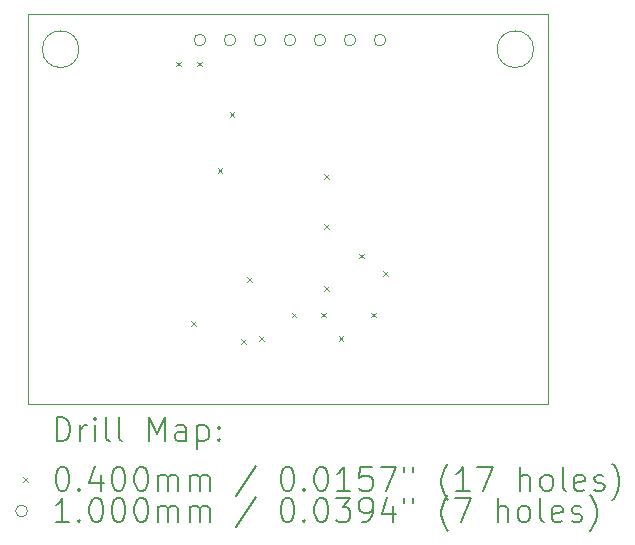
<source format=gbr>
%TF.GenerationSoftware,KiCad,Pcbnew,7.0.2*%
%TF.CreationDate,2025-01-10T16:23:47-06:00*%
%TF.ProjectId,gateDr_displayboard,67617465-4472-45f6-9469-73706c617962,rev?*%
%TF.SameCoordinates,Original*%
%TF.FileFunction,Drillmap*%
%TF.FilePolarity,Positive*%
%FSLAX45Y45*%
G04 Gerber Fmt 4.5, Leading zero omitted, Abs format (unit mm)*
G04 Created by KiCad (PCBNEW 7.0.2) date 2025-01-10 16:23:47*
%MOMM*%
%LPD*%
G01*
G04 APERTURE LIST*
%ADD10C,0.100000*%
%ADD11C,0.200000*%
%ADD12C,0.040000*%
G04 APERTURE END LIST*
D10*
X5325000Y-6200000D02*
X9725000Y-6200000D01*
X9725000Y-9500000D01*
X5325000Y-9500000D01*
X5325000Y-6200000D01*
X9605000Y-6500000D02*
G75*
G03*
X9605000Y-6500000I-155000J0D01*
G01*
X5755000Y-6500000D02*
G75*
G03*
X5755000Y-6500000I-155000J0D01*
G01*
D11*
D12*
X6580000Y-6605000D02*
X6620000Y-6645000D01*
X6620000Y-6605000D02*
X6580000Y-6645000D01*
X6705000Y-8805000D02*
X6745000Y-8845000D01*
X6745000Y-8805000D02*
X6705000Y-8845000D01*
X6755000Y-6605000D02*
X6795000Y-6645000D01*
X6795000Y-6605000D02*
X6755000Y-6645000D01*
X6930000Y-7505000D02*
X6970000Y-7545000D01*
X6970000Y-7505000D02*
X6930000Y-7545000D01*
X7030000Y-7030000D02*
X7070000Y-7070000D01*
X7070000Y-7030000D02*
X7030000Y-7070000D01*
X7130000Y-8955000D02*
X7170000Y-8995000D01*
X7170000Y-8955000D02*
X7130000Y-8995000D01*
X7180000Y-8430000D02*
X7220000Y-8470000D01*
X7220000Y-8430000D02*
X7180000Y-8470000D01*
X7280000Y-8930000D02*
X7320000Y-8970000D01*
X7320000Y-8930000D02*
X7280000Y-8970000D01*
X7555000Y-8730000D02*
X7595000Y-8770000D01*
X7595000Y-8730000D02*
X7555000Y-8770000D01*
X7805000Y-8730000D02*
X7845000Y-8770000D01*
X7845000Y-8730000D02*
X7805000Y-8770000D01*
X7830000Y-7555000D02*
X7870000Y-7595000D01*
X7870000Y-7555000D02*
X7830000Y-7595000D01*
X7830000Y-7980000D02*
X7870000Y-8020000D01*
X7870000Y-7980000D02*
X7830000Y-8020000D01*
X7830000Y-8505000D02*
X7870000Y-8545000D01*
X7870000Y-8505000D02*
X7830000Y-8545000D01*
X7955000Y-8930000D02*
X7995000Y-8970000D01*
X7995000Y-8930000D02*
X7955000Y-8970000D01*
X8130000Y-8230000D02*
X8170000Y-8270000D01*
X8170000Y-8230000D02*
X8130000Y-8270000D01*
X8230000Y-8730000D02*
X8270000Y-8770000D01*
X8270000Y-8730000D02*
X8230000Y-8770000D01*
X8330000Y-8380000D02*
X8370000Y-8420000D01*
X8370000Y-8380000D02*
X8330000Y-8420000D01*
D10*
X6830000Y-6422000D02*
G75*
G03*
X6830000Y-6422000I-50000J0D01*
G01*
X7084000Y-6422000D02*
G75*
G03*
X7084000Y-6422000I-50000J0D01*
G01*
X7338000Y-6422000D02*
G75*
G03*
X7338000Y-6422000I-50000J0D01*
G01*
X7592000Y-6422000D02*
G75*
G03*
X7592000Y-6422000I-50000J0D01*
G01*
X7846000Y-6422000D02*
G75*
G03*
X7846000Y-6422000I-50000J0D01*
G01*
X8100000Y-6422000D02*
G75*
G03*
X8100000Y-6422000I-50000J0D01*
G01*
X8354000Y-6422000D02*
G75*
G03*
X8354000Y-6422000I-50000J0D01*
G01*
D11*
X5567619Y-9817524D02*
X5567619Y-9617524D01*
X5567619Y-9617524D02*
X5615238Y-9617524D01*
X5615238Y-9617524D02*
X5643809Y-9627048D01*
X5643809Y-9627048D02*
X5662857Y-9646095D01*
X5662857Y-9646095D02*
X5672381Y-9665143D01*
X5672381Y-9665143D02*
X5681905Y-9703238D01*
X5681905Y-9703238D02*
X5681905Y-9731810D01*
X5681905Y-9731810D02*
X5672381Y-9769905D01*
X5672381Y-9769905D02*
X5662857Y-9788952D01*
X5662857Y-9788952D02*
X5643809Y-9808000D01*
X5643809Y-9808000D02*
X5615238Y-9817524D01*
X5615238Y-9817524D02*
X5567619Y-9817524D01*
X5767619Y-9817524D02*
X5767619Y-9684190D01*
X5767619Y-9722286D02*
X5777143Y-9703238D01*
X5777143Y-9703238D02*
X5786667Y-9693714D01*
X5786667Y-9693714D02*
X5805714Y-9684190D01*
X5805714Y-9684190D02*
X5824762Y-9684190D01*
X5891428Y-9817524D02*
X5891428Y-9684190D01*
X5891428Y-9617524D02*
X5881905Y-9627048D01*
X5881905Y-9627048D02*
X5891428Y-9636571D01*
X5891428Y-9636571D02*
X5900952Y-9627048D01*
X5900952Y-9627048D02*
X5891428Y-9617524D01*
X5891428Y-9617524D02*
X5891428Y-9636571D01*
X6015238Y-9817524D02*
X5996190Y-9808000D01*
X5996190Y-9808000D02*
X5986667Y-9788952D01*
X5986667Y-9788952D02*
X5986667Y-9617524D01*
X6120000Y-9817524D02*
X6100952Y-9808000D01*
X6100952Y-9808000D02*
X6091428Y-9788952D01*
X6091428Y-9788952D02*
X6091428Y-9617524D01*
X6348571Y-9817524D02*
X6348571Y-9617524D01*
X6348571Y-9617524D02*
X6415238Y-9760381D01*
X6415238Y-9760381D02*
X6481905Y-9617524D01*
X6481905Y-9617524D02*
X6481905Y-9817524D01*
X6662857Y-9817524D02*
X6662857Y-9712762D01*
X6662857Y-9712762D02*
X6653333Y-9693714D01*
X6653333Y-9693714D02*
X6634286Y-9684190D01*
X6634286Y-9684190D02*
X6596190Y-9684190D01*
X6596190Y-9684190D02*
X6577143Y-9693714D01*
X6662857Y-9808000D02*
X6643809Y-9817524D01*
X6643809Y-9817524D02*
X6596190Y-9817524D01*
X6596190Y-9817524D02*
X6577143Y-9808000D01*
X6577143Y-9808000D02*
X6567619Y-9788952D01*
X6567619Y-9788952D02*
X6567619Y-9769905D01*
X6567619Y-9769905D02*
X6577143Y-9750857D01*
X6577143Y-9750857D02*
X6596190Y-9741333D01*
X6596190Y-9741333D02*
X6643809Y-9741333D01*
X6643809Y-9741333D02*
X6662857Y-9731810D01*
X6758095Y-9684190D02*
X6758095Y-9884190D01*
X6758095Y-9693714D02*
X6777143Y-9684190D01*
X6777143Y-9684190D02*
X6815238Y-9684190D01*
X6815238Y-9684190D02*
X6834286Y-9693714D01*
X6834286Y-9693714D02*
X6843809Y-9703238D01*
X6843809Y-9703238D02*
X6853333Y-9722286D01*
X6853333Y-9722286D02*
X6853333Y-9779429D01*
X6853333Y-9779429D02*
X6843809Y-9798476D01*
X6843809Y-9798476D02*
X6834286Y-9808000D01*
X6834286Y-9808000D02*
X6815238Y-9817524D01*
X6815238Y-9817524D02*
X6777143Y-9817524D01*
X6777143Y-9817524D02*
X6758095Y-9808000D01*
X6939048Y-9798476D02*
X6948571Y-9808000D01*
X6948571Y-9808000D02*
X6939048Y-9817524D01*
X6939048Y-9817524D02*
X6929524Y-9808000D01*
X6929524Y-9808000D02*
X6939048Y-9798476D01*
X6939048Y-9798476D02*
X6939048Y-9817524D01*
X6939048Y-9693714D02*
X6948571Y-9703238D01*
X6948571Y-9703238D02*
X6939048Y-9712762D01*
X6939048Y-9712762D02*
X6929524Y-9703238D01*
X6929524Y-9703238D02*
X6939048Y-9693714D01*
X6939048Y-9693714D02*
X6939048Y-9712762D01*
D12*
X5280000Y-10125000D02*
X5320000Y-10165000D01*
X5320000Y-10125000D02*
X5280000Y-10165000D01*
D11*
X5605714Y-10037524D02*
X5624762Y-10037524D01*
X5624762Y-10037524D02*
X5643809Y-10047048D01*
X5643809Y-10047048D02*
X5653333Y-10056571D01*
X5653333Y-10056571D02*
X5662857Y-10075619D01*
X5662857Y-10075619D02*
X5672381Y-10113714D01*
X5672381Y-10113714D02*
X5672381Y-10161333D01*
X5672381Y-10161333D02*
X5662857Y-10199429D01*
X5662857Y-10199429D02*
X5653333Y-10218476D01*
X5653333Y-10218476D02*
X5643809Y-10228000D01*
X5643809Y-10228000D02*
X5624762Y-10237524D01*
X5624762Y-10237524D02*
X5605714Y-10237524D01*
X5605714Y-10237524D02*
X5586667Y-10228000D01*
X5586667Y-10228000D02*
X5577143Y-10218476D01*
X5577143Y-10218476D02*
X5567619Y-10199429D01*
X5567619Y-10199429D02*
X5558095Y-10161333D01*
X5558095Y-10161333D02*
X5558095Y-10113714D01*
X5558095Y-10113714D02*
X5567619Y-10075619D01*
X5567619Y-10075619D02*
X5577143Y-10056571D01*
X5577143Y-10056571D02*
X5586667Y-10047048D01*
X5586667Y-10047048D02*
X5605714Y-10037524D01*
X5758095Y-10218476D02*
X5767619Y-10228000D01*
X5767619Y-10228000D02*
X5758095Y-10237524D01*
X5758095Y-10237524D02*
X5748571Y-10228000D01*
X5748571Y-10228000D02*
X5758095Y-10218476D01*
X5758095Y-10218476D02*
X5758095Y-10237524D01*
X5939048Y-10104190D02*
X5939048Y-10237524D01*
X5891428Y-10028000D02*
X5843809Y-10170857D01*
X5843809Y-10170857D02*
X5967619Y-10170857D01*
X6081905Y-10037524D02*
X6100952Y-10037524D01*
X6100952Y-10037524D02*
X6120000Y-10047048D01*
X6120000Y-10047048D02*
X6129524Y-10056571D01*
X6129524Y-10056571D02*
X6139048Y-10075619D01*
X6139048Y-10075619D02*
X6148571Y-10113714D01*
X6148571Y-10113714D02*
X6148571Y-10161333D01*
X6148571Y-10161333D02*
X6139048Y-10199429D01*
X6139048Y-10199429D02*
X6129524Y-10218476D01*
X6129524Y-10218476D02*
X6120000Y-10228000D01*
X6120000Y-10228000D02*
X6100952Y-10237524D01*
X6100952Y-10237524D02*
X6081905Y-10237524D01*
X6081905Y-10237524D02*
X6062857Y-10228000D01*
X6062857Y-10228000D02*
X6053333Y-10218476D01*
X6053333Y-10218476D02*
X6043809Y-10199429D01*
X6043809Y-10199429D02*
X6034286Y-10161333D01*
X6034286Y-10161333D02*
X6034286Y-10113714D01*
X6034286Y-10113714D02*
X6043809Y-10075619D01*
X6043809Y-10075619D02*
X6053333Y-10056571D01*
X6053333Y-10056571D02*
X6062857Y-10047048D01*
X6062857Y-10047048D02*
X6081905Y-10037524D01*
X6272381Y-10037524D02*
X6291429Y-10037524D01*
X6291429Y-10037524D02*
X6310476Y-10047048D01*
X6310476Y-10047048D02*
X6320000Y-10056571D01*
X6320000Y-10056571D02*
X6329524Y-10075619D01*
X6329524Y-10075619D02*
X6339048Y-10113714D01*
X6339048Y-10113714D02*
X6339048Y-10161333D01*
X6339048Y-10161333D02*
X6329524Y-10199429D01*
X6329524Y-10199429D02*
X6320000Y-10218476D01*
X6320000Y-10218476D02*
X6310476Y-10228000D01*
X6310476Y-10228000D02*
X6291429Y-10237524D01*
X6291429Y-10237524D02*
X6272381Y-10237524D01*
X6272381Y-10237524D02*
X6253333Y-10228000D01*
X6253333Y-10228000D02*
X6243809Y-10218476D01*
X6243809Y-10218476D02*
X6234286Y-10199429D01*
X6234286Y-10199429D02*
X6224762Y-10161333D01*
X6224762Y-10161333D02*
X6224762Y-10113714D01*
X6224762Y-10113714D02*
X6234286Y-10075619D01*
X6234286Y-10075619D02*
X6243809Y-10056571D01*
X6243809Y-10056571D02*
X6253333Y-10047048D01*
X6253333Y-10047048D02*
X6272381Y-10037524D01*
X6424762Y-10237524D02*
X6424762Y-10104190D01*
X6424762Y-10123238D02*
X6434286Y-10113714D01*
X6434286Y-10113714D02*
X6453333Y-10104190D01*
X6453333Y-10104190D02*
X6481905Y-10104190D01*
X6481905Y-10104190D02*
X6500952Y-10113714D01*
X6500952Y-10113714D02*
X6510476Y-10132762D01*
X6510476Y-10132762D02*
X6510476Y-10237524D01*
X6510476Y-10132762D02*
X6520000Y-10113714D01*
X6520000Y-10113714D02*
X6539048Y-10104190D01*
X6539048Y-10104190D02*
X6567619Y-10104190D01*
X6567619Y-10104190D02*
X6586667Y-10113714D01*
X6586667Y-10113714D02*
X6596190Y-10132762D01*
X6596190Y-10132762D02*
X6596190Y-10237524D01*
X6691429Y-10237524D02*
X6691429Y-10104190D01*
X6691429Y-10123238D02*
X6700952Y-10113714D01*
X6700952Y-10113714D02*
X6720000Y-10104190D01*
X6720000Y-10104190D02*
X6748571Y-10104190D01*
X6748571Y-10104190D02*
X6767619Y-10113714D01*
X6767619Y-10113714D02*
X6777143Y-10132762D01*
X6777143Y-10132762D02*
X6777143Y-10237524D01*
X6777143Y-10132762D02*
X6786667Y-10113714D01*
X6786667Y-10113714D02*
X6805714Y-10104190D01*
X6805714Y-10104190D02*
X6834286Y-10104190D01*
X6834286Y-10104190D02*
X6853333Y-10113714D01*
X6853333Y-10113714D02*
X6862857Y-10132762D01*
X6862857Y-10132762D02*
X6862857Y-10237524D01*
X7253333Y-10028000D02*
X7081905Y-10285143D01*
X7510476Y-10037524D02*
X7529524Y-10037524D01*
X7529524Y-10037524D02*
X7548572Y-10047048D01*
X7548572Y-10047048D02*
X7558095Y-10056571D01*
X7558095Y-10056571D02*
X7567619Y-10075619D01*
X7567619Y-10075619D02*
X7577143Y-10113714D01*
X7577143Y-10113714D02*
X7577143Y-10161333D01*
X7577143Y-10161333D02*
X7567619Y-10199429D01*
X7567619Y-10199429D02*
X7558095Y-10218476D01*
X7558095Y-10218476D02*
X7548572Y-10228000D01*
X7548572Y-10228000D02*
X7529524Y-10237524D01*
X7529524Y-10237524D02*
X7510476Y-10237524D01*
X7510476Y-10237524D02*
X7491429Y-10228000D01*
X7491429Y-10228000D02*
X7481905Y-10218476D01*
X7481905Y-10218476D02*
X7472381Y-10199429D01*
X7472381Y-10199429D02*
X7462857Y-10161333D01*
X7462857Y-10161333D02*
X7462857Y-10113714D01*
X7462857Y-10113714D02*
X7472381Y-10075619D01*
X7472381Y-10075619D02*
X7481905Y-10056571D01*
X7481905Y-10056571D02*
X7491429Y-10047048D01*
X7491429Y-10047048D02*
X7510476Y-10037524D01*
X7662857Y-10218476D02*
X7672381Y-10228000D01*
X7672381Y-10228000D02*
X7662857Y-10237524D01*
X7662857Y-10237524D02*
X7653333Y-10228000D01*
X7653333Y-10228000D02*
X7662857Y-10218476D01*
X7662857Y-10218476D02*
X7662857Y-10237524D01*
X7796191Y-10037524D02*
X7815238Y-10037524D01*
X7815238Y-10037524D02*
X7834286Y-10047048D01*
X7834286Y-10047048D02*
X7843810Y-10056571D01*
X7843810Y-10056571D02*
X7853333Y-10075619D01*
X7853333Y-10075619D02*
X7862857Y-10113714D01*
X7862857Y-10113714D02*
X7862857Y-10161333D01*
X7862857Y-10161333D02*
X7853333Y-10199429D01*
X7853333Y-10199429D02*
X7843810Y-10218476D01*
X7843810Y-10218476D02*
X7834286Y-10228000D01*
X7834286Y-10228000D02*
X7815238Y-10237524D01*
X7815238Y-10237524D02*
X7796191Y-10237524D01*
X7796191Y-10237524D02*
X7777143Y-10228000D01*
X7777143Y-10228000D02*
X7767619Y-10218476D01*
X7767619Y-10218476D02*
X7758095Y-10199429D01*
X7758095Y-10199429D02*
X7748572Y-10161333D01*
X7748572Y-10161333D02*
X7748572Y-10113714D01*
X7748572Y-10113714D02*
X7758095Y-10075619D01*
X7758095Y-10075619D02*
X7767619Y-10056571D01*
X7767619Y-10056571D02*
X7777143Y-10047048D01*
X7777143Y-10047048D02*
X7796191Y-10037524D01*
X8053333Y-10237524D02*
X7939048Y-10237524D01*
X7996191Y-10237524D02*
X7996191Y-10037524D01*
X7996191Y-10037524D02*
X7977143Y-10066095D01*
X7977143Y-10066095D02*
X7958095Y-10085143D01*
X7958095Y-10085143D02*
X7939048Y-10094667D01*
X8234286Y-10037524D02*
X8139048Y-10037524D01*
X8139048Y-10037524D02*
X8129524Y-10132762D01*
X8129524Y-10132762D02*
X8139048Y-10123238D01*
X8139048Y-10123238D02*
X8158095Y-10113714D01*
X8158095Y-10113714D02*
X8205714Y-10113714D01*
X8205714Y-10113714D02*
X8224762Y-10123238D01*
X8224762Y-10123238D02*
X8234286Y-10132762D01*
X8234286Y-10132762D02*
X8243810Y-10151810D01*
X8243810Y-10151810D02*
X8243810Y-10199429D01*
X8243810Y-10199429D02*
X8234286Y-10218476D01*
X8234286Y-10218476D02*
X8224762Y-10228000D01*
X8224762Y-10228000D02*
X8205714Y-10237524D01*
X8205714Y-10237524D02*
X8158095Y-10237524D01*
X8158095Y-10237524D02*
X8139048Y-10228000D01*
X8139048Y-10228000D02*
X8129524Y-10218476D01*
X8310476Y-10037524D02*
X8443810Y-10037524D01*
X8443810Y-10037524D02*
X8358095Y-10237524D01*
X8510476Y-10037524D02*
X8510476Y-10075619D01*
X8586667Y-10037524D02*
X8586667Y-10075619D01*
X8881905Y-10313714D02*
X8872381Y-10304190D01*
X8872381Y-10304190D02*
X8853334Y-10275619D01*
X8853334Y-10275619D02*
X8843810Y-10256571D01*
X8843810Y-10256571D02*
X8834286Y-10228000D01*
X8834286Y-10228000D02*
X8824762Y-10180381D01*
X8824762Y-10180381D02*
X8824762Y-10142286D01*
X8824762Y-10142286D02*
X8834286Y-10094667D01*
X8834286Y-10094667D02*
X8843810Y-10066095D01*
X8843810Y-10066095D02*
X8853334Y-10047048D01*
X8853334Y-10047048D02*
X8872381Y-10018476D01*
X8872381Y-10018476D02*
X8881905Y-10008952D01*
X9062857Y-10237524D02*
X8948572Y-10237524D01*
X9005715Y-10237524D02*
X9005715Y-10037524D01*
X9005715Y-10037524D02*
X8986667Y-10066095D01*
X8986667Y-10066095D02*
X8967619Y-10085143D01*
X8967619Y-10085143D02*
X8948572Y-10094667D01*
X9129524Y-10037524D02*
X9262857Y-10037524D01*
X9262857Y-10037524D02*
X9177143Y-10237524D01*
X9491429Y-10237524D02*
X9491429Y-10037524D01*
X9577143Y-10237524D02*
X9577143Y-10132762D01*
X9577143Y-10132762D02*
X9567619Y-10113714D01*
X9567619Y-10113714D02*
X9548572Y-10104190D01*
X9548572Y-10104190D02*
X9520000Y-10104190D01*
X9520000Y-10104190D02*
X9500953Y-10113714D01*
X9500953Y-10113714D02*
X9491429Y-10123238D01*
X9700953Y-10237524D02*
X9681905Y-10228000D01*
X9681905Y-10228000D02*
X9672381Y-10218476D01*
X9672381Y-10218476D02*
X9662858Y-10199429D01*
X9662858Y-10199429D02*
X9662858Y-10142286D01*
X9662858Y-10142286D02*
X9672381Y-10123238D01*
X9672381Y-10123238D02*
X9681905Y-10113714D01*
X9681905Y-10113714D02*
X9700953Y-10104190D01*
X9700953Y-10104190D02*
X9729524Y-10104190D01*
X9729524Y-10104190D02*
X9748572Y-10113714D01*
X9748572Y-10113714D02*
X9758096Y-10123238D01*
X9758096Y-10123238D02*
X9767619Y-10142286D01*
X9767619Y-10142286D02*
X9767619Y-10199429D01*
X9767619Y-10199429D02*
X9758096Y-10218476D01*
X9758096Y-10218476D02*
X9748572Y-10228000D01*
X9748572Y-10228000D02*
X9729524Y-10237524D01*
X9729524Y-10237524D02*
X9700953Y-10237524D01*
X9881905Y-10237524D02*
X9862858Y-10228000D01*
X9862858Y-10228000D02*
X9853334Y-10208952D01*
X9853334Y-10208952D02*
X9853334Y-10037524D01*
X10034286Y-10228000D02*
X10015239Y-10237524D01*
X10015239Y-10237524D02*
X9977143Y-10237524D01*
X9977143Y-10237524D02*
X9958096Y-10228000D01*
X9958096Y-10228000D02*
X9948572Y-10208952D01*
X9948572Y-10208952D02*
X9948572Y-10132762D01*
X9948572Y-10132762D02*
X9958096Y-10113714D01*
X9958096Y-10113714D02*
X9977143Y-10104190D01*
X9977143Y-10104190D02*
X10015239Y-10104190D01*
X10015239Y-10104190D02*
X10034286Y-10113714D01*
X10034286Y-10113714D02*
X10043810Y-10132762D01*
X10043810Y-10132762D02*
X10043810Y-10151810D01*
X10043810Y-10151810D02*
X9948572Y-10170857D01*
X10120000Y-10228000D02*
X10139048Y-10237524D01*
X10139048Y-10237524D02*
X10177143Y-10237524D01*
X10177143Y-10237524D02*
X10196191Y-10228000D01*
X10196191Y-10228000D02*
X10205715Y-10208952D01*
X10205715Y-10208952D02*
X10205715Y-10199429D01*
X10205715Y-10199429D02*
X10196191Y-10180381D01*
X10196191Y-10180381D02*
X10177143Y-10170857D01*
X10177143Y-10170857D02*
X10148572Y-10170857D01*
X10148572Y-10170857D02*
X10129524Y-10161333D01*
X10129524Y-10161333D02*
X10120000Y-10142286D01*
X10120000Y-10142286D02*
X10120000Y-10132762D01*
X10120000Y-10132762D02*
X10129524Y-10113714D01*
X10129524Y-10113714D02*
X10148572Y-10104190D01*
X10148572Y-10104190D02*
X10177143Y-10104190D01*
X10177143Y-10104190D02*
X10196191Y-10113714D01*
X10272381Y-10313714D02*
X10281905Y-10304190D01*
X10281905Y-10304190D02*
X10300953Y-10275619D01*
X10300953Y-10275619D02*
X10310477Y-10256571D01*
X10310477Y-10256571D02*
X10320000Y-10228000D01*
X10320000Y-10228000D02*
X10329524Y-10180381D01*
X10329524Y-10180381D02*
X10329524Y-10142286D01*
X10329524Y-10142286D02*
X10320000Y-10094667D01*
X10320000Y-10094667D02*
X10310477Y-10066095D01*
X10310477Y-10066095D02*
X10300953Y-10047048D01*
X10300953Y-10047048D02*
X10281905Y-10018476D01*
X10281905Y-10018476D02*
X10272381Y-10008952D01*
D10*
X5320000Y-10409000D02*
G75*
G03*
X5320000Y-10409000I-50000J0D01*
G01*
D11*
X5672381Y-10501524D02*
X5558095Y-10501524D01*
X5615238Y-10501524D02*
X5615238Y-10301524D01*
X5615238Y-10301524D02*
X5596190Y-10330095D01*
X5596190Y-10330095D02*
X5577143Y-10349143D01*
X5577143Y-10349143D02*
X5558095Y-10358667D01*
X5758095Y-10482476D02*
X5767619Y-10492000D01*
X5767619Y-10492000D02*
X5758095Y-10501524D01*
X5758095Y-10501524D02*
X5748571Y-10492000D01*
X5748571Y-10492000D02*
X5758095Y-10482476D01*
X5758095Y-10482476D02*
X5758095Y-10501524D01*
X5891428Y-10301524D02*
X5910476Y-10301524D01*
X5910476Y-10301524D02*
X5929524Y-10311048D01*
X5929524Y-10311048D02*
X5939048Y-10320571D01*
X5939048Y-10320571D02*
X5948571Y-10339619D01*
X5948571Y-10339619D02*
X5958095Y-10377714D01*
X5958095Y-10377714D02*
X5958095Y-10425333D01*
X5958095Y-10425333D02*
X5948571Y-10463429D01*
X5948571Y-10463429D02*
X5939048Y-10482476D01*
X5939048Y-10482476D02*
X5929524Y-10492000D01*
X5929524Y-10492000D02*
X5910476Y-10501524D01*
X5910476Y-10501524D02*
X5891428Y-10501524D01*
X5891428Y-10501524D02*
X5872381Y-10492000D01*
X5872381Y-10492000D02*
X5862857Y-10482476D01*
X5862857Y-10482476D02*
X5853333Y-10463429D01*
X5853333Y-10463429D02*
X5843809Y-10425333D01*
X5843809Y-10425333D02*
X5843809Y-10377714D01*
X5843809Y-10377714D02*
X5853333Y-10339619D01*
X5853333Y-10339619D02*
X5862857Y-10320571D01*
X5862857Y-10320571D02*
X5872381Y-10311048D01*
X5872381Y-10311048D02*
X5891428Y-10301524D01*
X6081905Y-10301524D02*
X6100952Y-10301524D01*
X6100952Y-10301524D02*
X6120000Y-10311048D01*
X6120000Y-10311048D02*
X6129524Y-10320571D01*
X6129524Y-10320571D02*
X6139048Y-10339619D01*
X6139048Y-10339619D02*
X6148571Y-10377714D01*
X6148571Y-10377714D02*
X6148571Y-10425333D01*
X6148571Y-10425333D02*
X6139048Y-10463429D01*
X6139048Y-10463429D02*
X6129524Y-10482476D01*
X6129524Y-10482476D02*
X6120000Y-10492000D01*
X6120000Y-10492000D02*
X6100952Y-10501524D01*
X6100952Y-10501524D02*
X6081905Y-10501524D01*
X6081905Y-10501524D02*
X6062857Y-10492000D01*
X6062857Y-10492000D02*
X6053333Y-10482476D01*
X6053333Y-10482476D02*
X6043809Y-10463429D01*
X6043809Y-10463429D02*
X6034286Y-10425333D01*
X6034286Y-10425333D02*
X6034286Y-10377714D01*
X6034286Y-10377714D02*
X6043809Y-10339619D01*
X6043809Y-10339619D02*
X6053333Y-10320571D01*
X6053333Y-10320571D02*
X6062857Y-10311048D01*
X6062857Y-10311048D02*
X6081905Y-10301524D01*
X6272381Y-10301524D02*
X6291429Y-10301524D01*
X6291429Y-10301524D02*
X6310476Y-10311048D01*
X6310476Y-10311048D02*
X6320000Y-10320571D01*
X6320000Y-10320571D02*
X6329524Y-10339619D01*
X6329524Y-10339619D02*
X6339048Y-10377714D01*
X6339048Y-10377714D02*
X6339048Y-10425333D01*
X6339048Y-10425333D02*
X6329524Y-10463429D01*
X6329524Y-10463429D02*
X6320000Y-10482476D01*
X6320000Y-10482476D02*
X6310476Y-10492000D01*
X6310476Y-10492000D02*
X6291429Y-10501524D01*
X6291429Y-10501524D02*
X6272381Y-10501524D01*
X6272381Y-10501524D02*
X6253333Y-10492000D01*
X6253333Y-10492000D02*
X6243809Y-10482476D01*
X6243809Y-10482476D02*
X6234286Y-10463429D01*
X6234286Y-10463429D02*
X6224762Y-10425333D01*
X6224762Y-10425333D02*
X6224762Y-10377714D01*
X6224762Y-10377714D02*
X6234286Y-10339619D01*
X6234286Y-10339619D02*
X6243809Y-10320571D01*
X6243809Y-10320571D02*
X6253333Y-10311048D01*
X6253333Y-10311048D02*
X6272381Y-10301524D01*
X6424762Y-10501524D02*
X6424762Y-10368190D01*
X6424762Y-10387238D02*
X6434286Y-10377714D01*
X6434286Y-10377714D02*
X6453333Y-10368190D01*
X6453333Y-10368190D02*
X6481905Y-10368190D01*
X6481905Y-10368190D02*
X6500952Y-10377714D01*
X6500952Y-10377714D02*
X6510476Y-10396762D01*
X6510476Y-10396762D02*
X6510476Y-10501524D01*
X6510476Y-10396762D02*
X6520000Y-10377714D01*
X6520000Y-10377714D02*
X6539048Y-10368190D01*
X6539048Y-10368190D02*
X6567619Y-10368190D01*
X6567619Y-10368190D02*
X6586667Y-10377714D01*
X6586667Y-10377714D02*
X6596190Y-10396762D01*
X6596190Y-10396762D02*
X6596190Y-10501524D01*
X6691429Y-10501524D02*
X6691429Y-10368190D01*
X6691429Y-10387238D02*
X6700952Y-10377714D01*
X6700952Y-10377714D02*
X6720000Y-10368190D01*
X6720000Y-10368190D02*
X6748571Y-10368190D01*
X6748571Y-10368190D02*
X6767619Y-10377714D01*
X6767619Y-10377714D02*
X6777143Y-10396762D01*
X6777143Y-10396762D02*
X6777143Y-10501524D01*
X6777143Y-10396762D02*
X6786667Y-10377714D01*
X6786667Y-10377714D02*
X6805714Y-10368190D01*
X6805714Y-10368190D02*
X6834286Y-10368190D01*
X6834286Y-10368190D02*
X6853333Y-10377714D01*
X6853333Y-10377714D02*
X6862857Y-10396762D01*
X6862857Y-10396762D02*
X6862857Y-10501524D01*
X7253333Y-10292000D02*
X7081905Y-10549143D01*
X7510476Y-10301524D02*
X7529524Y-10301524D01*
X7529524Y-10301524D02*
X7548572Y-10311048D01*
X7548572Y-10311048D02*
X7558095Y-10320571D01*
X7558095Y-10320571D02*
X7567619Y-10339619D01*
X7567619Y-10339619D02*
X7577143Y-10377714D01*
X7577143Y-10377714D02*
X7577143Y-10425333D01*
X7577143Y-10425333D02*
X7567619Y-10463429D01*
X7567619Y-10463429D02*
X7558095Y-10482476D01*
X7558095Y-10482476D02*
X7548572Y-10492000D01*
X7548572Y-10492000D02*
X7529524Y-10501524D01*
X7529524Y-10501524D02*
X7510476Y-10501524D01*
X7510476Y-10501524D02*
X7491429Y-10492000D01*
X7491429Y-10492000D02*
X7481905Y-10482476D01*
X7481905Y-10482476D02*
X7472381Y-10463429D01*
X7472381Y-10463429D02*
X7462857Y-10425333D01*
X7462857Y-10425333D02*
X7462857Y-10377714D01*
X7462857Y-10377714D02*
X7472381Y-10339619D01*
X7472381Y-10339619D02*
X7481905Y-10320571D01*
X7481905Y-10320571D02*
X7491429Y-10311048D01*
X7491429Y-10311048D02*
X7510476Y-10301524D01*
X7662857Y-10482476D02*
X7672381Y-10492000D01*
X7672381Y-10492000D02*
X7662857Y-10501524D01*
X7662857Y-10501524D02*
X7653333Y-10492000D01*
X7653333Y-10492000D02*
X7662857Y-10482476D01*
X7662857Y-10482476D02*
X7662857Y-10501524D01*
X7796191Y-10301524D02*
X7815238Y-10301524D01*
X7815238Y-10301524D02*
X7834286Y-10311048D01*
X7834286Y-10311048D02*
X7843810Y-10320571D01*
X7843810Y-10320571D02*
X7853333Y-10339619D01*
X7853333Y-10339619D02*
X7862857Y-10377714D01*
X7862857Y-10377714D02*
X7862857Y-10425333D01*
X7862857Y-10425333D02*
X7853333Y-10463429D01*
X7853333Y-10463429D02*
X7843810Y-10482476D01*
X7843810Y-10482476D02*
X7834286Y-10492000D01*
X7834286Y-10492000D02*
X7815238Y-10501524D01*
X7815238Y-10501524D02*
X7796191Y-10501524D01*
X7796191Y-10501524D02*
X7777143Y-10492000D01*
X7777143Y-10492000D02*
X7767619Y-10482476D01*
X7767619Y-10482476D02*
X7758095Y-10463429D01*
X7758095Y-10463429D02*
X7748572Y-10425333D01*
X7748572Y-10425333D02*
X7748572Y-10377714D01*
X7748572Y-10377714D02*
X7758095Y-10339619D01*
X7758095Y-10339619D02*
X7767619Y-10320571D01*
X7767619Y-10320571D02*
X7777143Y-10311048D01*
X7777143Y-10311048D02*
X7796191Y-10301524D01*
X7929524Y-10301524D02*
X8053333Y-10301524D01*
X8053333Y-10301524D02*
X7986667Y-10377714D01*
X7986667Y-10377714D02*
X8015238Y-10377714D01*
X8015238Y-10377714D02*
X8034286Y-10387238D01*
X8034286Y-10387238D02*
X8043810Y-10396762D01*
X8043810Y-10396762D02*
X8053333Y-10415810D01*
X8053333Y-10415810D02*
X8053333Y-10463429D01*
X8053333Y-10463429D02*
X8043810Y-10482476D01*
X8043810Y-10482476D02*
X8034286Y-10492000D01*
X8034286Y-10492000D02*
X8015238Y-10501524D01*
X8015238Y-10501524D02*
X7958095Y-10501524D01*
X7958095Y-10501524D02*
X7939048Y-10492000D01*
X7939048Y-10492000D02*
X7929524Y-10482476D01*
X8148572Y-10501524D02*
X8186667Y-10501524D01*
X8186667Y-10501524D02*
X8205714Y-10492000D01*
X8205714Y-10492000D02*
X8215238Y-10482476D01*
X8215238Y-10482476D02*
X8234286Y-10453905D01*
X8234286Y-10453905D02*
X8243810Y-10415810D01*
X8243810Y-10415810D02*
X8243810Y-10339619D01*
X8243810Y-10339619D02*
X8234286Y-10320571D01*
X8234286Y-10320571D02*
X8224762Y-10311048D01*
X8224762Y-10311048D02*
X8205714Y-10301524D01*
X8205714Y-10301524D02*
X8167619Y-10301524D01*
X8167619Y-10301524D02*
X8148572Y-10311048D01*
X8148572Y-10311048D02*
X8139048Y-10320571D01*
X8139048Y-10320571D02*
X8129524Y-10339619D01*
X8129524Y-10339619D02*
X8129524Y-10387238D01*
X8129524Y-10387238D02*
X8139048Y-10406286D01*
X8139048Y-10406286D02*
X8148572Y-10415810D01*
X8148572Y-10415810D02*
X8167619Y-10425333D01*
X8167619Y-10425333D02*
X8205714Y-10425333D01*
X8205714Y-10425333D02*
X8224762Y-10415810D01*
X8224762Y-10415810D02*
X8234286Y-10406286D01*
X8234286Y-10406286D02*
X8243810Y-10387238D01*
X8415238Y-10368190D02*
X8415238Y-10501524D01*
X8367619Y-10292000D02*
X8320000Y-10434857D01*
X8320000Y-10434857D02*
X8443810Y-10434857D01*
X8510476Y-10301524D02*
X8510476Y-10339619D01*
X8586667Y-10301524D02*
X8586667Y-10339619D01*
X8881905Y-10577714D02*
X8872381Y-10568190D01*
X8872381Y-10568190D02*
X8853334Y-10539619D01*
X8853334Y-10539619D02*
X8843810Y-10520571D01*
X8843810Y-10520571D02*
X8834286Y-10492000D01*
X8834286Y-10492000D02*
X8824762Y-10444381D01*
X8824762Y-10444381D02*
X8824762Y-10406286D01*
X8824762Y-10406286D02*
X8834286Y-10358667D01*
X8834286Y-10358667D02*
X8843810Y-10330095D01*
X8843810Y-10330095D02*
X8853334Y-10311048D01*
X8853334Y-10311048D02*
X8872381Y-10282476D01*
X8872381Y-10282476D02*
X8881905Y-10272952D01*
X8939048Y-10301524D02*
X9072381Y-10301524D01*
X9072381Y-10301524D02*
X8986667Y-10501524D01*
X9300953Y-10501524D02*
X9300953Y-10301524D01*
X9386667Y-10501524D02*
X9386667Y-10396762D01*
X9386667Y-10396762D02*
X9377143Y-10377714D01*
X9377143Y-10377714D02*
X9358096Y-10368190D01*
X9358096Y-10368190D02*
X9329524Y-10368190D01*
X9329524Y-10368190D02*
X9310477Y-10377714D01*
X9310477Y-10377714D02*
X9300953Y-10387238D01*
X9510477Y-10501524D02*
X9491429Y-10492000D01*
X9491429Y-10492000D02*
X9481905Y-10482476D01*
X9481905Y-10482476D02*
X9472381Y-10463429D01*
X9472381Y-10463429D02*
X9472381Y-10406286D01*
X9472381Y-10406286D02*
X9481905Y-10387238D01*
X9481905Y-10387238D02*
X9491429Y-10377714D01*
X9491429Y-10377714D02*
X9510477Y-10368190D01*
X9510477Y-10368190D02*
X9539048Y-10368190D01*
X9539048Y-10368190D02*
X9558096Y-10377714D01*
X9558096Y-10377714D02*
X9567619Y-10387238D01*
X9567619Y-10387238D02*
X9577143Y-10406286D01*
X9577143Y-10406286D02*
X9577143Y-10463429D01*
X9577143Y-10463429D02*
X9567619Y-10482476D01*
X9567619Y-10482476D02*
X9558096Y-10492000D01*
X9558096Y-10492000D02*
X9539048Y-10501524D01*
X9539048Y-10501524D02*
X9510477Y-10501524D01*
X9691429Y-10501524D02*
X9672381Y-10492000D01*
X9672381Y-10492000D02*
X9662858Y-10472952D01*
X9662858Y-10472952D02*
X9662858Y-10301524D01*
X9843810Y-10492000D02*
X9824762Y-10501524D01*
X9824762Y-10501524D02*
X9786667Y-10501524D01*
X9786667Y-10501524D02*
X9767619Y-10492000D01*
X9767619Y-10492000D02*
X9758096Y-10472952D01*
X9758096Y-10472952D02*
X9758096Y-10396762D01*
X9758096Y-10396762D02*
X9767619Y-10377714D01*
X9767619Y-10377714D02*
X9786667Y-10368190D01*
X9786667Y-10368190D02*
X9824762Y-10368190D01*
X9824762Y-10368190D02*
X9843810Y-10377714D01*
X9843810Y-10377714D02*
X9853334Y-10396762D01*
X9853334Y-10396762D02*
X9853334Y-10415810D01*
X9853334Y-10415810D02*
X9758096Y-10434857D01*
X9929524Y-10492000D02*
X9948572Y-10501524D01*
X9948572Y-10501524D02*
X9986667Y-10501524D01*
X9986667Y-10501524D02*
X10005715Y-10492000D01*
X10005715Y-10492000D02*
X10015239Y-10472952D01*
X10015239Y-10472952D02*
X10015239Y-10463429D01*
X10015239Y-10463429D02*
X10005715Y-10444381D01*
X10005715Y-10444381D02*
X9986667Y-10434857D01*
X9986667Y-10434857D02*
X9958096Y-10434857D01*
X9958096Y-10434857D02*
X9939048Y-10425333D01*
X9939048Y-10425333D02*
X9929524Y-10406286D01*
X9929524Y-10406286D02*
X9929524Y-10396762D01*
X9929524Y-10396762D02*
X9939048Y-10377714D01*
X9939048Y-10377714D02*
X9958096Y-10368190D01*
X9958096Y-10368190D02*
X9986667Y-10368190D01*
X9986667Y-10368190D02*
X10005715Y-10377714D01*
X10081905Y-10577714D02*
X10091429Y-10568190D01*
X10091429Y-10568190D02*
X10110477Y-10539619D01*
X10110477Y-10539619D02*
X10120000Y-10520571D01*
X10120000Y-10520571D02*
X10129524Y-10492000D01*
X10129524Y-10492000D02*
X10139048Y-10444381D01*
X10139048Y-10444381D02*
X10139048Y-10406286D01*
X10139048Y-10406286D02*
X10129524Y-10358667D01*
X10129524Y-10358667D02*
X10120000Y-10330095D01*
X10120000Y-10330095D02*
X10110477Y-10311048D01*
X10110477Y-10311048D02*
X10091429Y-10282476D01*
X10091429Y-10282476D02*
X10081905Y-10272952D01*
M02*

</source>
